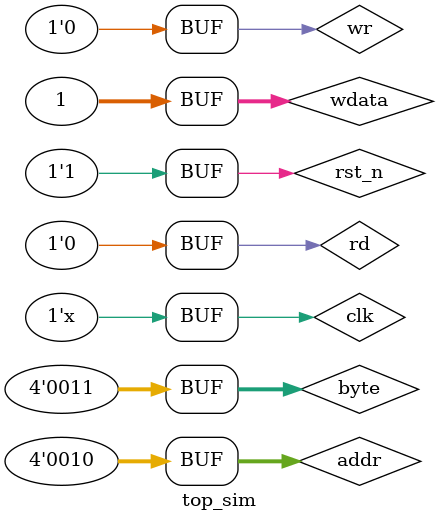
<source format=v>
`timescale 1ns / 1ps


module top_sim(

    );
    
    
    reg        clk      ;
    reg        rst_n    ;
    reg        wr       ;
    reg        rd       ;
    reg [3:0]  byte     ;
    reg [3:0]  addr     ;
    reg [31:0] wdata    ;
    wire        rdata_v  ;
    wire [31:0] rdata    ;
top u_top(
    .clk(clk)      ,
    .rst_n(rst_n)    ,
    .wr(wr)       ,
    .rd(rd)       ,
    .byte(byte)     ,
    .addr(addr)     ,
    .wdata(wdata)    ,
    .rdata_v(rdata_v)  ,
    .rdata(rdata)     
);
initial begin
    clk <= 1;
    addr <= 0;
    byte <= 'hf;
    wdata <= 'h1_0001;
    rst_n <= 1;
    rd <= 0;
    wr <= 0;
    
    #2  // Íê³ÉÖØÖÃ
    rst_n <= 0;
    #2
    rst_n <= 1;
    #6  // ¶ÔµØÖ·1½øÐÐPutFullData
    wr <= 1;
    addr <= 1;
    wdata <= 'ha;
    #2
    wr <= 0;
    addr <= 0;
    
    #10 // ¶ÔµØÖ·0½øÐÐPutPartialData
    wr <= 1;
    byte <= 'b0011;
    wdata <= 'h001;
    #2
    wr <= 0;
    
    #100// ¼ÆËãÍê³Éºó£¬¶ÔµØÖ·2Get£¬¶Á³öÊý¾Ý
    rd <= 1;
    addr <= 0;
    #2
    rd <= 0;
    
    #10
    rd <= 1;
    addr <= 'h1;
    #2
    rd <= 0;
    
    #10
    rd <= 1;
    addr <= 'h2;
    #2
    rd <= 0;
end
always#1 clk = ~clk;

endmodule

</source>
